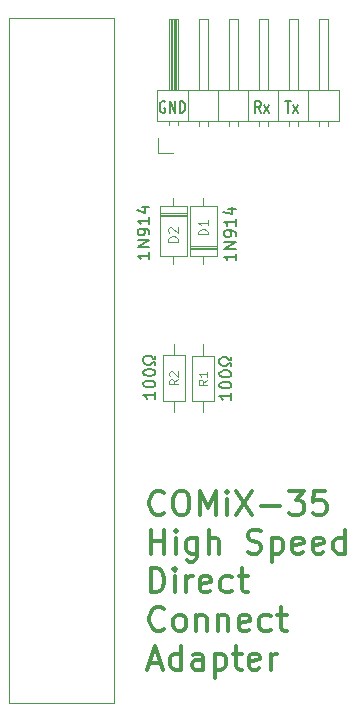
<source format=gto>
G04 #@! TF.GenerationSoftware,KiCad,Pcbnew,7.0.8*
G04 #@! TF.CreationDate,2023-12-01T23:48:08-08:00*
G04 #@! TF.ProjectId,COMiX-Edge-Adapter-Slim,434f4d69-582d-4456-9467-652d41646170,rev?*
G04 #@! TF.SameCoordinates,Original*
G04 #@! TF.FileFunction,Legend,Top*
G04 #@! TF.FilePolarity,Positive*
%FSLAX46Y46*%
G04 Gerber Fmt 4.6, Leading zero omitted, Abs format (unit mm)*
G04 Created by KiCad (PCBNEW 7.0.8) date 2023-12-01 23:48:08*
%MOMM*%
%LPD*%
G01*
G04 APERTURE LIST*
%ADD10C,0.150000*%
%ADD11C,0.304800*%
%ADD12C,0.108000*%
%ADD13C,0.120000*%
%ADD14C,0.100000*%
%ADD15C,1.400000*%
%ADD16O,1.400000X1.400000*%
%ADD17R,1.600000X1.600000*%
%ADD18O,1.600000X1.600000*%
%ADD19R,1.700000X1.700000*%
%ADD20O,1.700000X1.700000*%
%ADD21R,8.890000X1.397000*%
G04 APERTURE END LIST*
D10*
X223719664Y-96869819D02*
X223448731Y-96393628D01*
X223255207Y-96869819D02*
X223255207Y-95869819D01*
X223255207Y-95869819D02*
X223564845Y-95869819D01*
X223564845Y-95869819D02*
X223642255Y-95917438D01*
X223642255Y-95917438D02*
X223680960Y-95965057D01*
X223680960Y-95965057D02*
X223719664Y-96060295D01*
X223719664Y-96060295D02*
X223719664Y-96203152D01*
X223719664Y-96203152D02*
X223680960Y-96298390D01*
X223680960Y-96298390D02*
X223642255Y-96346009D01*
X223642255Y-96346009D02*
X223564845Y-96393628D01*
X223564845Y-96393628D02*
X223255207Y-96393628D01*
X223990598Y-96869819D02*
X224416350Y-96203152D01*
X223990598Y-96203152D02*
X224416350Y-96869819D01*
X215616460Y-95917438D02*
X215539050Y-95869819D01*
X215539050Y-95869819D02*
X215422936Y-95869819D01*
X215422936Y-95869819D02*
X215306822Y-95917438D01*
X215306822Y-95917438D02*
X215229412Y-96012676D01*
X215229412Y-96012676D02*
X215190707Y-96107914D01*
X215190707Y-96107914D02*
X215152003Y-96298390D01*
X215152003Y-96298390D02*
X215152003Y-96441247D01*
X215152003Y-96441247D02*
X215190707Y-96631723D01*
X215190707Y-96631723D02*
X215229412Y-96726961D01*
X215229412Y-96726961D02*
X215306822Y-96822200D01*
X215306822Y-96822200D02*
X215422936Y-96869819D01*
X215422936Y-96869819D02*
X215500345Y-96869819D01*
X215500345Y-96869819D02*
X215616460Y-96822200D01*
X215616460Y-96822200D02*
X215655164Y-96774580D01*
X215655164Y-96774580D02*
X215655164Y-96441247D01*
X215655164Y-96441247D02*
X215500345Y-96441247D01*
X216003507Y-96869819D02*
X216003507Y-95869819D01*
X216003507Y-95869819D02*
X216467964Y-96869819D01*
X216467964Y-96869819D02*
X216467964Y-95869819D01*
X216855012Y-96869819D02*
X216855012Y-95869819D01*
X216855012Y-95869819D02*
X217048536Y-95869819D01*
X217048536Y-95869819D02*
X217164650Y-95917438D01*
X217164650Y-95917438D02*
X217242060Y-96012676D01*
X217242060Y-96012676D02*
X217280765Y-96107914D01*
X217280765Y-96107914D02*
X217319469Y-96298390D01*
X217319469Y-96298390D02*
X217319469Y-96441247D01*
X217319469Y-96441247D02*
X217280765Y-96631723D01*
X217280765Y-96631723D02*
X217242060Y-96726961D01*
X217242060Y-96726961D02*
X217164650Y-96822200D01*
X217164650Y-96822200D02*
X217048536Y-96869819D01*
X217048536Y-96869819D02*
X216855012Y-96869819D01*
X225806093Y-95869819D02*
X226270550Y-95869819D01*
X226038322Y-96869819D02*
X226038322Y-95869819D01*
X226464074Y-96869819D02*
X226889826Y-96203152D01*
X226464074Y-96203152D02*
X226889826Y-96869819D01*
D11*
X215561078Y-130727868D02*
X215464316Y-130824630D01*
X215464316Y-130824630D02*
X215174030Y-130921391D01*
X215174030Y-130921391D02*
X214980506Y-130921391D01*
X214980506Y-130921391D02*
X214690221Y-130824630D01*
X214690221Y-130824630D02*
X214496697Y-130631106D01*
X214496697Y-130631106D02*
X214399935Y-130437582D01*
X214399935Y-130437582D02*
X214303173Y-130050534D01*
X214303173Y-130050534D02*
X214303173Y-129760249D01*
X214303173Y-129760249D02*
X214399935Y-129373201D01*
X214399935Y-129373201D02*
X214496697Y-129179677D01*
X214496697Y-129179677D02*
X214690221Y-128986153D01*
X214690221Y-128986153D02*
X214980506Y-128889391D01*
X214980506Y-128889391D02*
X215174030Y-128889391D01*
X215174030Y-128889391D02*
X215464316Y-128986153D01*
X215464316Y-128986153D02*
X215561078Y-129082915D01*
X216818983Y-128889391D02*
X217206030Y-128889391D01*
X217206030Y-128889391D02*
X217399554Y-128986153D01*
X217399554Y-128986153D02*
X217593078Y-129179677D01*
X217593078Y-129179677D02*
X217689840Y-129566725D01*
X217689840Y-129566725D02*
X217689840Y-130244058D01*
X217689840Y-130244058D02*
X217593078Y-130631106D01*
X217593078Y-130631106D02*
X217399554Y-130824630D01*
X217399554Y-130824630D02*
X217206030Y-130921391D01*
X217206030Y-130921391D02*
X216818983Y-130921391D01*
X216818983Y-130921391D02*
X216625459Y-130824630D01*
X216625459Y-130824630D02*
X216431935Y-130631106D01*
X216431935Y-130631106D02*
X216335173Y-130244058D01*
X216335173Y-130244058D02*
X216335173Y-129566725D01*
X216335173Y-129566725D02*
X216431935Y-129179677D01*
X216431935Y-129179677D02*
X216625459Y-128986153D01*
X216625459Y-128986153D02*
X216818983Y-128889391D01*
X218560697Y-130921391D02*
X218560697Y-128889391D01*
X218560697Y-128889391D02*
X219238030Y-130340820D01*
X219238030Y-130340820D02*
X219915364Y-128889391D01*
X219915364Y-128889391D02*
X219915364Y-130921391D01*
X220882983Y-130921391D02*
X220882983Y-129566725D01*
X220882983Y-128889391D02*
X220786221Y-128986153D01*
X220786221Y-128986153D02*
X220882983Y-129082915D01*
X220882983Y-129082915D02*
X220979745Y-128986153D01*
X220979745Y-128986153D02*
X220882983Y-128889391D01*
X220882983Y-128889391D02*
X220882983Y-129082915D01*
X221657078Y-128889391D02*
X223011745Y-130921391D01*
X223011745Y-128889391D02*
X221657078Y-130921391D01*
X223785840Y-130147296D02*
X225334031Y-130147296D01*
X226108126Y-128889391D02*
X227366031Y-128889391D01*
X227366031Y-128889391D02*
X226688698Y-129663487D01*
X226688698Y-129663487D02*
X226978983Y-129663487D01*
X226978983Y-129663487D02*
X227172507Y-129760249D01*
X227172507Y-129760249D02*
X227269269Y-129857010D01*
X227269269Y-129857010D02*
X227366031Y-130050534D01*
X227366031Y-130050534D02*
X227366031Y-130534344D01*
X227366031Y-130534344D02*
X227269269Y-130727868D01*
X227269269Y-130727868D02*
X227172507Y-130824630D01*
X227172507Y-130824630D02*
X226978983Y-130921391D01*
X226978983Y-130921391D02*
X226398412Y-130921391D01*
X226398412Y-130921391D02*
X226204888Y-130824630D01*
X226204888Y-130824630D02*
X226108126Y-130727868D01*
X229204507Y-128889391D02*
X228236888Y-128889391D01*
X228236888Y-128889391D02*
X228140126Y-129857010D01*
X228140126Y-129857010D02*
X228236888Y-129760249D01*
X228236888Y-129760249D02*
X228430412Y-129663487D01*
X228430412Y-129663487D02*
X228914221Y-129663487D01*
X228914221Y-129663487D02*
X229107745Y-129760249D01*
X229107745Y-129760249D02*
X229204507Y-129857010D01*
X229204507Y-129857010D02*
X229301269Y-130050534D01*
X229301269Y-130050534D02*
X229301269Y-130534344D01*
X229301269Y-130534344D02*
X229204507Y-130727868D01*
X229204507Y-130727868D02*
X229107745Y-130824630D01*
X229107745Y-130824630D02*
X228914221Y-130921391D01*
X228914221Y-130921391D02*
X228430412Y-130921391D01*
X228430412Y-130921391D02*
X228236888Y-130824630D01*
X228236888Y-130824630D02*
X228140126Y-130727868D01*
X214399935Y-134192911D02*
X214399935Y-132160911D01*
X214399935Y-133128530D02*
X215561078Y-133128530D01*
X215561078Y-134192911D02*
X215561078Y-132160911D01*
X216528697Y-134192911D02*
X216528697Y-132838245D01*
X216528697Y-132160911D02*
X216431935Y-132257673D01*
X216431935Y-132257673D02*
X216528697Y-132354435D01*
X216528697Y-132354435D02*
X216625459Y-132257673D01*
X216625459Y-132257673D02*
X216528697Y-132160911D01*
X216528697Y-132160911D02*
X216528697Y-132354435D01*
X218367173Y-132838245D02*
X218367173Y-134483197D01*
X218367173Y-134483197D02*
X218270411Y-134676721D01*
X218270411Y-134676721D02*
X218173649Y-134773483D01*
X218173649Y-134773483D02*
X217980126Y-134870245D01*
X217980126Y-134870245D02*
X217689840Y-134870245D01*
X217689840Y-134870245D02*
X217496316Y-134773483D01*
X218367173Y-134096150D02*
X218173649Y-134192911D01*
X218173649Y-134192911D02*
X217786602Y-134192911D01*
X217786602Y-134192911D02*
X217593078Y-134096150D01*
X217593078Y-134096150D02*
X217496316Y-133999388D01*
X217496316Y-133999388D02*
X217399554Y-133805864D01*
X217399554Y-133805864D02*
X217399554Y-133225292D01*
X217399554Y-133225292D02*
X217496316Y-133031769D01*
X217496316Y-133031769D02*
X217593078Y-132935007D01*
X217593078Y-132935007D02*
X217786602Y-132838245D01*
X217786602Y-132838245D02*
X218173649Y-132838245D01*
X218173649Y-132838245D02*
X218367173Y-132935007D01*
X219334792Y-134192911D02*
X219334792Y-132160911D01*
X220205649Y-134192911D02*
X220205649Y-133128530D01*
X220205649Y-133128530D02*
X220108887Y-132935007D01*
X220108887Y-132935007D02*
X219915363Y-132838245D01*
X219915363Y-132838245D02*
X219625078Y-132838245D01*
X219625078Y-132838245D02*
X219431554Y-132935007D01*
X219431554Y-132935007D02*
X219334792Y-133031769D01*
X222624696Y-134096150D02*
X222914982Y-134192911D01*
X222914982Y-134192911D02*
X223398791Y-134192911D01*
X223398791Y-134192911D02*
X223592315Y-134096150D01*
X223592315Y-134096150D02*
X223689077Y-133999388D01*
X223689077Y-133999388D02*
X223785839Y-133805864D01*
X223785839Y-133805864D02*
X223785839Y-133612340D01*
X223785839Y-133612340D02*
X223689077Y-133418816D01*
X223689077Y-133418816D02*
X223592315Y-133322054D01*
X223592315Y-133322054D02*
X223398791Y-133225292D01*
X223398791Y-133225292D02*
X223011744Y-133128530D01*
X223011744Y-133128530D02*
X222818220Y-133031769D01*
X222818220Y-133031769D02*
X222721458Y-132935007D01*
X222721458Y-132935007D02*
X222624696Y-132741483D01*
X222624696Y-132741483D02*
X222624696Y-132547959D01*
X222624696Y-132547959D02*
X222721458Y-132354435D01*
X222721458Y-132354435D02*
X222818220Y-132257673D01*
X222818220Y-132257673D02*
X223011744Y-132160911D01*
X223011744Y-132160911D02*
X223495553Y-132160911D01*
X223495553Y-132160911D02*
X223785839Y-132257673D01*
X224656696Y-132838245D02*
X224656696Y-134870245D01*
X224656696Y-132935007D02*
X224850220Y-132838245D01*
X224850220Y-132838245D02*
X225237267Y-132838245D01*
X225237267Y-132838245D02*
X225430791Y-132935007D01*
X225430791Y-132935007D02*
X225527553Y-133031769D01*
X225527553Y-133031769D02*
X225624315Y-133225292D01*
X225624315Y-133225292D02*
X225624315Y-133805864D01*
X225624315Y-133805864D02*
X225527553Y-133999388D01*
X225527553Y-133999388D02*
X225430791Y-134096150D01*
X225430791Y-134096150D02*
X225237267Y-134192911D01*
X225237267Y-134192911D02*
X224850220Y-134192911D01*
X224850220Y-134192911D02*
X224656696Y-134096150D01*
X227269267Y-134096150D02*
X227075743Y-134192911D01*
X227075743Y-134192911D02*
X226688696Y-134192911D01*
X226688696Y-134192911D02*
X226495172Y-134096150D01*
X226495172Y-134096150D02*
X226398410Y-133902626D01*
X226398410Y-133902626D02*
X226398410Y-133128530D01*
X226398410Y-133128530D02*
X226495172Y-132935007D01*
X226495172Y-132935007D02*
X226688696Y-132838245D01*
X226688696Y-132838245D02*
X227075743Y-132838245D01*
X227075743Y-132838245D02*
X227269267Y-132935007D01*
X227269267Y-132935007D02*
X227366029Y-133128530D01*
X227366029Y-133128530D02*
X227366029Y-133322054D01*
X227366029Y-133322054D02*
X226398410Y-133515578D01*
X229010981Y-134096150D02*
X228817457Y-134192911D01*
X228817457Y-134192911D02*
X228430410Y-134192911D01*
X228430410Y-134192911D02*
X228236886Y-134096150D01*
X228236886Y-134096150D02*
X228140124Y-133902626D01*
X228140124Y-133902626D02*
X228140124Y-133128530D01*
X228140124Y-133128530D02*
X228236886Y-132935007D01*
X228236886Y-132935007D02*
X228430410Y-132838245D01*
X228430410Y-132838245D02*
X228817457Y-132838245D01*
X228817457Y-132838245D02*
X229010981Y-132935007D01*
X229010981Y-132935007D02*
X229107743Y-133128530D01*
X229107743Y-133128530D02*
X229107743Y-133322054D01*
X229107743Y-133322054D02*
X228140124Y-133515578D01*
X230849457Y-134192911D02*
X230849457Y-132160911D01*
X230849457Y-134096150D02*
X230655933Y-134192911D01*
X230655933Y-134192911D02*
X230268886Y-134192911D01*
X230268886Y-134192911D02*
X230075362Y-134096150D01*
X230075362Y-134096150D02*
X229978600Y-133999388D01*
X229978600Y-133999388D02*
X229881838Y-133805864D01*
X229881838Y-133805864D02*
X229881838Y-133225292D01*
X229881838Y-133225292D02*
X229978600Y-133031769D01*
X229978600Y-133031769D02*
X230075362Y-132935007D01*
X230075362Y-132935007D02*
X230268886Y-132838245D01*
X230268886Y-132838245D02*
X230655933Y-132838245D01*
X230655933Y-132838245D02*
X230849457Y-132935007D01*
X214399935Y-137464431D02*
X214399935Y-135432431D01*
X214399935Y-135432431D02*
X214883745Y-135432431D01*
X214883745Y-135432431D02*
X215174030Y-135529193D01*
X215174030Y-135529193D02*
X215367554Y-135722717D01*
X215367554Y-135722717D02*
X215464316Y-135916241D01*
X215464316Y-135916241D02*
X215561078Y-136303289D01*
X215561078Y-136303289D02*
X215561078Y-136593574D01*
X215561078Y-136593574D02*
X215464316Y-136980622D01*
X215464316Y-136980622D02*
X215367554Y-137174146D01*
X215367554Y-137174146D02*
X215174030Y-137367670D01*
X215174030Y-137367670D02*
X214883745Y-137464431D01*
X214883745Y-137464431D02*
X214399935Y-137464431D01*
X216431935Y-137464431D02*
X216431935Y-136109765D01*
X216431935Y-135432431D02*
X216335173Y-135529193D01*
X216335173Y-135529193D02*
X216431935Y-135625955D01*
X216431935Y-135625955D02*
X216528697Y-135529193D01*
X216528697Y-135529193D02*
X216431935Y-135432431D01*
X216431935Y-135432431D02*
X216431935Y-135625955D01*
X217399554Y-137464431D02*
X217399554Y-136109765D01*
X217399554Y-136496812D02*
X217496316Y-136303289D01*
X217496316Y-136303289D02*
X217593078Y-136206527D01*
X217593078Y-136206527D02*
X217786602Y-136109765D01*
X217786602Y-136109765D02*
X217980125Y-136109765D01*
X219431554Y-137367670D02*
X219238030Y-137464431D01*
X219238030Y-137464431D02*
X218850983Y-137464431D01*
X218850983Y-137464431D02*
X218657459Y-137367670D01*
X218657459Y-137367670D02*
X218560697Y-137174146D01*
X218560697Y-137174146D02*
X218560697Y-136400050D01*
X218560697Y-136400050D02*
X218657459Y-136206527D01*
X218657459Y-136206527D02*
X218850983Y-136109765D01*
X218850983Y-136109765D02*
X219238030Y-136109765D01*
X219238030Y-136109765D02*
X219431554Y-136206527D01*
X219431554Y-136206527D02*
X219528316Y-136400050D01*
X219528316Y-136400050D02*
X219528316Y-136593574D01*
X219528316Y-136593574D02*
X218560697Y-136787098D01*
X221270030Y-137367670D02*
X221076506Y-137464431D01*
X221076506Y-137464431D02*
X220689459Y-137464431D01*
X220689459Y-137464431D02*
X220495935Y-137367670D01*
X220495935Y-137367670D02*
X220399173Y-137270908D01*
X220399173Y-137270908D02*
X220302411Y-137077384D01*
X220302411Y-137077384D02*
X220302411Y-136496812D01*
X220302411Y-136496812D02*
X220399173Y-136303289D01*
X220399173Y-136303289D02*
X220495935Y-136206527D01*
X220495935Y-136206527D02*
X220689459Y-136109765D01*
X220689459Y-136109765D02*
X221076506Y-136109765D01*
X221076506Y-136109765D02*
X221270030Y-136206527D01*
X221850601Y-136109765D02*
X222624697Y-136109765D01*
X222140887Y-135432431D02*
X222140887Y-137174146D01*
X222140887Y-137174146D02*
X222237649Y-137367670D01*
X222237649Y-137367670D02*
X222431173Y-137464431D01*
X222431173Y-137464431D02*
X222624697Y-137464431D01*
X215561078Y-140542428D02*
X215464316Y-140639190D01*
X215464316Y-140639190D02*
X215174030Y-140735951D01*
X215174030Y-140735951D02*
X214980506Y-140735951D01*
X214980506Y-140735951D02*
X214690221Y-140639190D01*
X214690221Y-140639190D02*
X214496697Y-140445666D01*
X214496697Y-140445666D02*
X214399935Y-140252142D01*
X214399935Y-140252142D02*
X214303173Y-139865094D01*
X214303173Y-139865094D02*
X214303173Y-139574809D01*
X214303173Y-139574809D02*
X214399935Y-139187761D01*
X214399935Y-139187761D02*
X214496697Y-138994237D01*
X214496697Y-138994237D02*
X214690221Y-138800713D01*
X214690221Y-138800713D02*
X214980506Y-138703951D01*
X214980506Y-138703951D02*
X215174030Y-138703951D01*
X215174030Y-138703951D02*
X215464316Y-138800713D01*
X215464316Y-138800713D02*
X215561078Y-138897475D01*
X216722221Y-140735951D02*
X216528697Y-140639190D01*
X216528697Y-140639190D02*
X216431935Y-140542428D01*
X216431935Y-140542428D02*
X216335173Y-140348904D01*
X216335173Y-140348904D02*
X216335173Y-139768332D01*
X216335173Y-139768332D02*
X216431935Y-139574809D01*
X216431935Y-139574809D02*
X216528697Y-139478047D01*
X216528697Y-139478047D02*
X216722221Y-139381285D01*
X216722221Y-139381285D02*
X217012506Y-139381285D01*
X217012506Y-139381285D02*
X217206030Y-139478047D01*
X217206030Y-139478047D02*
X217302792Y-139574809D01*
X217302792Y-139574809D02*
X217399554Y-139768332D01*
X217399554Y-139768332D02*
X217399554Y-140348904D01*
X217399554Y-140348904D02*
X217302792Y-140542428D01*
X217302792Y-140542428D02*
X217206030Y-140639190D01*
X217206030Y-140639190D02*
X217012506Y-140735951D01*
X217012506Y-140735951D02*
X216722221Y-140735951D01*
X218270411Y-139381285D02*
X218270411Y-140735951D01*
X218270411Y-139574809D02*
X218367173Y-139478047D01*
X218367173Y-139478047D02*
X218560697Y-139381285D01*
X218560697Y-139381285D02*
X218850982Y-139381285D01*
X218850982Y-139381285D02*
X219044506Y-139478047D01*
X219044506Y-139478047D02*
X219141268Y-139671570D01*
X219141268Y-139671570D02*
X219141268Y-140735951D01*
X220108887Y-139381285D02*
X220108887Y-140735951D01*
X220108887Y-139574809D02*
X220205649Y-139478047D01*
X220205649Y-139478047D02*
X220399173Y-139381285D01*
X220399173Y-139381285D02*
X220689458Y-139381285D01*
X220689458Y-139381285D02*
X220882982Y-139478047D01*
X220882982Y-139478047D02*
X220979744Y-139671570D01*
X220979744Y-139671570D02*
X220979744Y-140735951D01*
X222721458Y-140639190D02*
X222527934Y-140735951D01*
X222527934Y-140735951D02*
X222140887Y-140735951D01*
X222140887Y-140735951D02*
X221947363Y-140639190D01*
X221947363Y-140639190D02*
X221850601Y-140445666D01*
X221850601Y-140445666D02*
X221850601Y-139671570D01*
X221850601Y-139671570D02*
X221947363Y-139478047D01*
X221947363Y-139478047D02*
X222140887Y-139381285D01*
X222140887Y-139381285D02*
X222527934Y-139381285D01*
X222527934Y-139381285D02*
X222721458Y-139478047D01*
X222721458Y-139478047D02*
X222818220Y-139671570D01*
X222818220Y-139671570D02*
X222818220Y-139865094D01*
X222818220Y-139865094D02*
X221850601Y-140058618D01*
X224559934Y-140639190D02*
X224366410Y-140735951D01*
X224366410Y-140735951D02*
X223979363Y-140735951D01*
X223979363Y-140735951D02*
X223785839Y-140639190D01*
X223785839Y-140639190D02*
X223689077Y-140542428D01*
X223689077Y-140542428D02*
X223592315Y-140348904D01*
X223592315Y-140348904D02*
X223592315Y-139768332D01*
X223592315Y-139768332D02*
X223689077Y-139574809D01*
X223689077Y-139574809D02*
X223785839Y-139478047D01*
X223785839Y-139478047D02*
X223979363Y-139381285D01*
X223979363Y-139381285D02*
X224366410Y-139381285D01*
X224366410Y-139381285D02*
X224559934Y-139478047D01*
X225140505Y-139381285D02*
X225914601Y-139381285D01*
X225430791Y-138703951D02*
X225430791Y-140445666D01*
X225430791Y-140445666D02*
X225527553Y-140639190D01*
X225527553Y-140639190D02*
X225721077Y-140735951D01*
X225721077Y-140735951D02*
X225914601Y-140735951D01*
X214303173Y-143426900D02*
X215270792Y-143426900D01*
X214109649Y-144007471D02*
X214786983Y-141975471D01*
X214786983Y-141975471D02*
X215464316Y-144007471D01*
X217012506Y-144007471D02*
X217012506Y-141975471D01*
X217012506Y-143910710D02*
X216818982Y-144007471D01*
X216818982Y-144007471D02*
X216431935Y-144007471D01*
X216431935Y-144007471D02*
X216238411Y-143910710D01*
X216238411Y-143910710D02*
X216141649Y-143813948D01*
X216141649Y-143813948D02*
X216044887Y-143620424D01*
X216044887Y-143620424D02*
X216044887Y-143039852D01*
X216044887Y-143039852D02*
X216141649Y-142846329D01*
X216141649Y-142846329D02*
X216238411Y-142749567D01*
X216238411Y-142749567D02*
X216431935Y-142652805D01*
X216431935Y-142652805D02*
X216818982Y-142652805D01*
X216818982Y-142652805D02*
X217012506Y-142749567D01*
X218850982Y-144007471D02*
X218850982Y-142943090D01*
X218850982Y-142943090D02*
X218754220Y-142749567D01*
X218754220Y-142749567D02*
X218560696Y-142652805D01*
X218560696Y-142652805D02*
X218173649Y-142652805D01*
X218173649Y-142652805D02*
X217980125Y-142749567D01*
X218850982Y-143910710D02*
X218657458Y-144007471D01*
X218657458Y-144007471D02*
X218173649Y-144007471D01*
X218173649Y-144007471D02*
X217980125Y-143910710D01*
X217980125Y-143910710D02*
X217883363Y-143717186D01*
X217883363Y-143717186D02*
X217883363Y-143523662D01*
X217883363Y-143523662D02*
X217980125Y-143330138D01*
X217980125Y-143330138D02*
X218173649Y-143233376D01*
X218173649Y-143233376D02*
X218657458Y-143233376D01*
X218657458Y-143233376D02*
X218850982Y-143136614D01*
X219818601Y-142652805D02*
X219818601Y-144684805D01*
X219818601Y-142749567D02*
X220012125Y-142652805D01*
X220012125Y-142652805D02*
X220399172Y-142652805D01*
X220399172Y-142652805D02*
X220592696Y-142749567D01*
X220592696Y-142749567D02*
X220689458Y-142846329D01*
X220689458Y-142846329D02*
X220786220Y-143039852D01*
X220786220Y-143039852D02*
X220786220Y-143620424D01*
X220786220Y-143620424D02*
X220689458Y-143813948D01*
X220689458Y-143813948D02*
X220592696Y-143910710D01*
X220592696Y-143910710D02*
X220399172Y-144007471D01*
X220399172Y-144007471D02*
X220012125Y-144007471D01*
X220012125Y-144007471D02*
X219818601Y-143910710D01*
X221366791Y-142652805D02*
X222140887Y-142652805D01*
X221657077Y-141975471D02*
X221657077Y-143717186D01*
X221657077Y-143717186D02*
X221753839Y-143910710D01*
X221753839Y-143910710D02*
X221947363Y-144007471D01*
X221947363Y-144007471D02*
X222140887Y-144007471D01*
X223592315Y-143910710D02*
X223398791Y-144007471D01*
X223398791Y-144007471D02*
X223011744Y-144007471D01*
X223011744Y-144007471D02*
X222818220Y-143910710D01*
X222818220Y-143910710D02*
X222721458Y-143717186D01*
X222721458Y-143717186D02*
X222721458Y-142943090D01*
X222721458Y-142943090D02*
X222818220Y-142749567D01*
X222818220Y-142749567D02*
X223011744Y-142652805D01*
X223011744Y-142652805D02*
X223398791Y-142652805D01*
X223398791Y-142652805D02*
X223592315Y-142749567D01*
X223592315Y-142749567D02*
X223689077Y-142943090D01*
X223689077Y-142943090D02*
X223689077Y-143136614D01*
X223689077Y-143136614D02*
X222721458Y-143330138D01*
X224559934Y-144007471D02*
X224559934Y-142652805D01*
X224559934Y-143039852D02*
X224656696Y-142846329D01*
X224656696Y-142846329D02*
X224753458Y-142749567D01*
X224753458Y-142749567D02*
X224946982Y-142652805D01*
X224946982Y-142652805D02*
X225140505Y-142652805D01*
D10*
X214780019Y-120491095D02*
X214780019Y-121062523D01*
X214780019Y-120776809D02*
X213780019Y-120776809D01*
X213780019Y-120776809D02*
X213922876Y-120872047D01*
X213922876Y-120872047D02*
X214018114Y-120967285D01*
X214018114Y-120967285D02*
X214065733Y-121062523D01*
X213780019Y-119872047D02*
X213780019Y-119776809D01*
X213780019Y-119776809D02*
X213827638Y-119681571D01*
X213827638Y-119681571D02*
X213875257Y-119633952D01*
X213875257Y-119633952D02*
X213970495Y-119586333D01*
X213970495Y-119586333D02*
X214160971Y-119538714D01*
X214160971Y-119538714D02*
X214399066Y-119538714D01*
X214399066Y-119538714D02*
X214589542Y-119586333D01*
X214589542Y-119586333D02*
X214684780Y-119633952D01*
X214684780Y-119633952D02*
X214732400Y-119681571D01*
X214732400Y-119681571D02*
X214780019Y-119776809D01*
X214780019Y-119776809D02*
X214780019Y-119872047D01*
X214780019Y-119872047D02*
X214732400Y-119967285D01*
X214732400Y-119967285D02*
X214684780Y-120014904D01*
X214684780Y-120014904D02*
X214589542Y-120062523D01*
X214589542Y-120062523D02*
X214399066Y-120110142D01*
X214399066Y-120110142D02*
X214160971Y-120110142D01*
X214160971Y-120110142D02*
X213970495Y-120062523D01*
X213970495Y-120062523D02*
X213875257Y-120014904D01*
X213875257Y-120014904D02*
X213827638Y-119967285D01*
X213827638Y-119967285D02*
X213780019Y-119872047D01*
X213780019Y-118919666D02*
X213780019Y-118824428D01*
X213780019Y-118824428D02*
X213827638Y-118729190D01*
X213827638Y-118729190D02*
X213875257Y-118681571D01*
X213875257Y-118681571D02*
X213970495Y-118633952D01*
X213970495Y-118633952D02*
X214160971Y-118586333D01*
X214160971Y-118586333D02*
X214399066Y-118586333D01*
X214399066Y-118586333D02*
X214589542Y-118633952D01*
X214589542Y-118633952D02*
X214684780Y-118681571D01*
X214684780Y-118681571D02*
X214732400Y-118729190D01*
X214732400Y-118729190D02*
X214780019Y-118824428D01*
X214780019Y-118824428D02*
X214780019Y-118919666D01*
X214780019Y-118919666D02*
X214732400Y-119014904D01*
X214732400Y-119014904D02*
X214684780Y-119062523D01*
X214684780Y-119062523D02*
X214589542Y-119110142D01*
X214589542Y-119110142D02*
X214399066Y-119157761D01*
X214399066Y-119157761D02*
X214160971Y-119157761D01*
X214160971Y-119157761D02*
X213970495Y-119110142D01*
X213970495Y-119110142D02*
X213875257Y-119062523D01*
X213875257Y-119062523D02*
X213827638Y-119014904D01*
X213827638Y-119014904D02*
X213780019Y-118919666D01*
X214780019Y-118205380D02*
X214780019Y-117967285D01*
X214780019Y-117967285D02*
X214589542Y-117967285D01*
X214589542Y-117967285D02*
X214541923Y-118062523D01*
X214541923Y-118062523D02*
X214446685Y-118157761D01*
X214446685Y-118157761D02*
X214303828Y-118205380D01*
X214303828Y-118205380D02*
X214065733Y-118205380D01*
X214065733Y-118205380D02*
X213922876Y-118157761D01*
X213922876Y-118157761D02*
X213827638Y-118062523D01*
X213827638Y-118062523D02*
X213780019Y-117919666D01*
X213780019Y-117919666D02*
X213780019Y-117729190D01*
X213780019Y-117729190D02*
X213827638Y-117586333D01*
X213827638Y-117586333D02*
X213922876Y-117491095D01*
X213922876Y-117491095D02*
X214065733Y-117443476D01*
X214065733Y-117443476D02*
X214303828Y-117443476D01*
X214303828Y-117443476D02*
X214446685Y-117491095D01*
X214446685Y-117491095D02*
X214541923Y-117586333D01*
X214541923Y-117586333D02*
X214589542Y-117681571D01*
X214589542Y-117681571D02*
X214780019Y-117681571D01*
X214780019Y-117681571D02*
X214780019Y-117443476D01*
D12*
X216684669Y-119449199D02*
X216341812Y-119689199D01*
X216684669Y-119860628D02*
X215964669Y-119860628D01*
X215964669Y-119860628D02*
X215964669Y-119586342D01*
X215964669Y-119586342D02*
X215998955Y-119517771D01*
X215998955Y-119517771D02*
X216033241Y-119483485D01*
X216033241Y-119483485D02*
X216101812Y-119449199D01*
X216101812Y-119449199D02*
X216204669Y-119449199D01*
X216204669Y-119449199D02*
X216273241Y-119483485D01*
X216273241Y-119483485D02*
X216307526Y-119517771D01*
X216307526Y-119517771D02*
X216341812Y-119586342D01*
X216341812Y-119586342D02*
X216341812Y-119860628D01*
X216033241Y-119174914D02*
X215998955Y-119140628D01*
X215998955Y-119140628D02*
X215964669Y-119072057D01*
X215964669Y-119072057D02*
X215964669Y-118900628D01*
X215964669Y-118900628D02*
X215998955Y-118832057D01*
X215998955Y-118832057D02*
X216033241Y-118797771D01*
X216033241Y-118797771D02*
X216101812Y-118763485D01*
X216101812Y-118763485D02*
X216170384Y-118763485D01*
X216170384Y-118763485D02*
X216273241Y-118797771D01*
X216273241Y-118797771D02*
X216684669Y-119209199D01*
X216684669Y-119209199D02*
X216684669Y-118763485D01*
D10*
X221221219Y-120592695D02*
X221221219Y-121164123D01*
X221221219Y-120878409D02*
X220221219Y-120878409D01*
X220221219Y-120878409D02*
X220364076Y-120973647D01*
X220364076Y-120973647D02*
X220459314Y-121068885D01*
X220459314Y-121068885D02*
X220506933Y-121164123D01*
X220221219Y-119973647D02*
X220221219Y-119878409D01*
X220221219Y-119878409D02*
X220268838Y-119783171D01*
X220268838Y-119783171D02*
X220316457Y-119735552D01*
X220316457Y-119735552D02*
X220411695Y-119687933D01*
X220411695Y-119687933D02*
X220602171Y-119640314D01*
X220602171Y-119640314D02*
X220840266Y-119640314D01*
X220840266Y-119640314D02*
X221030742Y-119687933D01*
X221030742Y-119687933D02*
X221125980Y-119735552D01*
X221125980Y-119735552D02*
X221173600Y-119783171D01*
X221173600Y-119783171D02*
X221221219Y-119878409D01*
X221221219Y-119878409D02*
X221221219Y-119973647D01*
X221221219Y-119973647D02*
X221173600Y-120068885D01*
X221173600Y-120068885D02*
X221125980Y-120116504D01*
X221125980Y-120116504D02*
X221030742Y-120164123D01*
X221030742Y-120164123D02*
X220840266Y-120211742D01*
X220840266Y-120211742D02*
X220602171Y-120211742D01*
X220602171Y-120211742D02*
X220411695Y-120164123D01*
X220411695Y-120164123D02*
X220316457Y-120116504D01*
X220316457Y-120116504D02*
X220268838Y-120068885D01*
X220268838Y-120068885D02*
X220221219Y-119973647D01*
X220221219Y-119021266D02*
X220221219Y-118926028D01*
X220221219Y-118926028D02*
X220268838Y-118830790D01*
X220268838Y-118830790D02*
X220316457Y-118783171D01*
X220316457Y-118783171D02*
X220411695Y-118735552D01*
X220411695Y-118735552D02*
X220602171Y-118687933D01*
X220602171Y-118687933D02*
X220840266Y-118687933D01*
X220840266Y-118687933D02*
X221030742Y-118735552D01*
X221030742Y-118735552D02*
X221125980Y-118783171D01*
X221125980Y-118783171D02*
X221173600Y-118830790D01*
X221173600Y-118830790D02*
X221221219Y-118926028D01*
X221221219Y-118926028D02*
X221221219Y-119021266D01*
X221221219Y-119021266D02*
X221173600Y-119116504D01*
X221173600Y-119116504D02*
X221125980Y-119164123D01*
X221125980Y-119164123D02*
X221030742Y-119211742D01*
X221030742Y-119211742D02*
X220840266Y-119259361D01*
X220840266Y-119259361D02*
X220602171Y-119259361D01*
X220602171Y-119259361D02*
X220411695Y-119211742D01*
X220411695Y-119211742D02*
X220316457Y-119164123D01*
X220316457Y-119164123D02*
X220268838Y-119116504D01*
X220268838Y-119116504D02*
X220221219Y-119021266D01*
X221221219Y-118306980D02*
X221221219Y-118068885D01*
X221221219Y-118068885D02*
X221030742Y-118068885D01*
X221030742Y-118068885D02*
X220983123Y-118164123D01*
X220983123Y-118164123D02*
X220887885Y-118259361D01*
X220887885Y-118259361D02*
X220745028Y-118306980D01*
X220745028Y-118306980D02*
X220506933Y-118306980D01*
X220506933Y-118306980D02*
X220364076Y-118259361D01*
X220364076Y-118259361D02*
X220268838Y-118164123D01*
X220268838Y-118164123D02*
X220221219Y-118021266D01*
X220221219Y-118021266D02*
X220221219Y-117830790D01*
X220221219Y-117830790D02*
X220268838Y-117687933D01*
X220268838Y-117687933D02*
X220364076Y-117592695D01*
X220364076Y-117592695D02*
X220506933Y-117545076D01*
X220506933Y-117545076D02*
X220745028Y-117545076D01*
X220745028Y-117545076D02*
X220887885Y-117592695D01*
X220887885Y-117592695D02*
X220983123Y-117687933D01*
X220983123Y-117687933D02*
X221030742Y-117783171D01*
X221030742Y-117783171D02*
X221221219Y-117783171D01*
X221221219Y-117783171D02*
X221221219Y-117545076D01*
D12*
X219173869Y-119474599D02*
X218831012Y-119714599D01*
X219173869Y-119886028D02*
X218453869Y-119886028D01*
X218453869Y-119886028D02*
X218453869Y-119611742D01*
X218453869Y-119611742D02*
X218488155Y-119543171D01*
X218488155Y-119543171D02*
X218522441Y-119508885D01*
X218522441Y-119508885D02*
X218591012Y-119474599D01*
X218591012Y-119474599D02*
X218693869Y-119474599D01*
X218693869Y-119474599D02*
X218762441Y-119508885D01*
X218762441Y-119508885D02*
X218796726Y-119543171D01*
X218796726Y-119543171D02*
X218831012Y-119611742D01*
X218831012Y-119611742D02*
X218831012Y-119886028D01*
X219173869Y-118788885D02*
X219173869Y-119200314D01*
X219173869Y-118994599D02*
X218453869Y-118994599D01*
X218453869Y-118994599D02*
X218556726Y-119063171D01*
X218556726Y-119063171D02*
X218625298Y-119131742D01*
X218625298Y-119131742D02*
X218659584Y-119200314D01*
D10*
X221612619Y-108803866D02*
X221612619Y-109375294D01*
X221612619Y-109089580D02*
X220612619Y-109089580D01*
X220612619Y-109089580D02*
X220755476Y-109184818D01*
X220755476Y-109184818D02*
X220850714Y-109280056D01*
X220850714Y-109280056D02*
X220898333Y-109375294D01*
X221612619Y-108375294D02*
X220612619Y-108375294D01*
X220612619Y-108375294D02*
X221612619Y-107803866D01*
X221612619Y-107803866D02*
X220612619Y-107803866D01*
X221612619Y-107280056D02*
X221612619Y-107089580D01*
X221612619Y-107089580D02*
X221565000Y-106994342D01*
X221565000Y-106994342D02*
X221517380Y-106946723D01*
X221517380Y-106946723D02*
X221374523Y-106851485D01*
X221374523Y-106851485D02*
X221184047Y-106803866D01*
X221184047Y-106803866D02*
X220803095Y-106803866D01*
X220803095Y-106803866D02*
X220707857Y-106851485D01*
X220707857Y-106851485D02*
X220660238Y-106899104D01*
X220660238Y-106899104D02*
X220612619Y-106994342D01*
X220612619Y-106994342D02*
X220612619Y-107184818D01*
X220612619Y-107184818D02*
X220660238Y-107280056D01*
X220660238Y-107280056D02*
X220707857Y-107327675D01*
X220707857Y-107327675D02*
X220803095Y-107375294D01*
X220803095Y-107375294D02*
X221041190Y-107375294D01*
X221041190Y-107375294D02*
X221136428Y-107327675D01*
X221136428Y-107327675D02*
X221184047Y-107280056D01*
X221184047Y-107280056D02*
X221231666Y-107184818D01*
X221231666Y-107184818D02*
X221231666Y-106994342D01*
X221231666Y-106994342D02*
X221184047Y-106899104D01*
X221184047Y-106899104D02*
X221136428Y-106851485D01*
X221136428Y-106851485D02*
X221041190Y-106803866D01*
X221612619Y-105851485D02*
X221612619Y-106422913D01*
X221612619Y-106137199D02*
X220612619Y-106137199D01*
X220612619Y-106137199D02*
X220755476Y-106232437D01*
X220755476Y-106232437D02*
X220850714Y-106327675D01*
X220850714Y-106327675D02*
X220898333Y-106422913D01*
X220945952Y-104994342D02*
X221612619Y-104994342D01*
X220565000Y-105232437D02*
X221279285Y-105470532D01*
X221279285Y-105470532D02*
X221279285Y-104851485D01*
D13*
X219235655Y-107173675D02*
X218435655Y-107173675D01*
X218435655Y-107173675D02*
X218435655Y-106983199D01*
X218435655Y-106983199D02*
X218473750Y-106868913D01*
X218473750Y-106868913D02*
X218549940Y-106792723D01*
X218549940Y-106792723D02*
X218626131Y-106754628D01*
X218626131Y-106754628D02*
X218778512Y-106716532D01*
X218778512Y-106716532D02*
X218892798Y-106716532D01*
X218892798Y-106716532D02*
X219045179Y-106754628D01*
X219045179Y-106754628D02*
X219121369Y-106792723D01*
X219121369Y-106792723D02*
X219197560Y-106868913D01*
X219197560Y-106868913D02*
X219235655Y-106983199D01*
X219235655Y-106983199D02*
X219235655Y-107173675D01*
X219235655Y-105954628D02*
X219235655Y-106411771D01*
X219235655Y-106183199D02*
X218435655Y-106183199D01*
X218435655Y-106183199D02*
X218549940Y-106259390D01*
X218549940Y-106259390D02*
X218626131Y-106335580D01*
X218626131Y-106335580D02*
X218664226Y-106411771D01*
D10*
X214297419Y-108676866D02*
X214297419Y-109248294D01*
X214297419Y-108962580D02*
X213297419Y-108962580D01*
X213297419Y-108962580D02*
X213440276Y-109057818D01*
X213440276Y-109057818D02*
X213535514Y-109153056D01*
X213535514Y-109153056D02*
X213583133Y-109248294D01*
X214297419Y-108248294D02*
X213297419Y-108248294D01*
X213297419Y-108248294D02*
X214297419Y-107676866D01*
X214297419Y-107676866D02*
X213297419Y-107676866D01*
X214297419Y-107153056D02*
X214297419Y-106962580D01*
X214297419Y-106962580D02*
X214249800Y-106867342D01*
X214249800Y-106867342D02*
X214202180Y-106819723D01*
X214202180Y-106819723D02*
X214059323Y-106724485D01*
X214059323Y-106724485D02*
X213868847Y-106676866D01*
X213868847Y-106676866D02*
X213487895Y-106676866D01*
X213487895Y-106676866D02*
X213392657Y-106724485D01*
X213392657Y-106724485D02*
X213345038Y-106772104D01*
X213345038Y-106772104D02*
X213297419Y-106867342D01*
X213297419Y-106867342D02*
X213297419Y-107057818D01*
X213297419Y-107057818D02*
X213345038Y-107153056D01*
X213345038Y-107153056D02*
X213392657Y-107200675D01*
X213392657Y-107200675D02*
X213487895Y-107248294D01*
X213487895Y-107248294D02*
X213725990Y-107248294D01*
X213725990Y-107248294D02*
X213821228Y-107200675D01*
X213821228Y-107200675D02*
X213868847Y-107153056D01*
X213868847Y-107153056D02*
X213916466Y-107057818D01*
X213916466Y-107057818D02*
X213916466Y-106867342D01*
X213916466Y-106867342D02*
X213868847Y-106772104D01*
X213868847Y-106772104D02*
X213821228Y-106724485D01*
X213821228Y-106724485D02*
X213725990Y-106676866D01*
X214297419Y-105724485D02*
X214297419Y-106295913D01*
X214297419Y-106010199D02*
X213297419Y-106010199D01*
X213297419Y-106010199D02*
X213440276Y-106105437D01*
X213440276Y-106105437D02*
X213535514Y-106200675D01*
X213535514Y-106200675D02*
X213583133Y-106295913D01*
X213630752Y-104867342D02*
X214297419Y-104867342D01*
X213249800Y-105105437D02*
X213964085Y-105343532D01*
X213964085Y-105343532D02*
X213964085Y-104724485D01*
D13*
X216695655Y-107773675D02*
X215895655Y-107773675D01*
X215895655Y-107773675D02*
X215895655Y-107583199D01*
X215895655Y-107583199D02*
X215933750Y-107468913D01*
X215933750Y-107468913D02*
X216009940Y-107392723D01*
X216009940Y-107392723D02*
X216086131Y-107354628D01*
X216086131Y-107354628D02*
X216238512Y-107316532D01*
X216238512Y-107316532D02*
X216352798Y-107316532D01*
X216352798Y-107316532D02*
X216505179Y-107354628D01*
X216505179Y-107354628D02*
X216581369Y-107392723D01*
X216581369Y-107392723D02*
X216657560Y-107468913D01*
X216657560Y-107468913D02*
X216695655Y-107583199D01*
X216695655Y-107583199D02*
X216695655Y-107773675D01*
X215971845Y-107011771D02*
X215933750Y-106973675D01*
X215933750Y-106973675D02*
X215895655Y-106897485D01*
X215895655Y-106897485D02*
X215895655Y-106707009D01*
X215895655Y-106707009D02*
X215933750Y-106630818D01*
X215933750Y-106630818D02*
X215971845Y-106592723D01*
X215971845Y-106592723D02*
X216048036Y-106554628D01*
X216048036Y-106554628D02*
X216124226Y-106554628D01*
X216124226Y-106554628D02*
X216238512Y-106592723D01*
X216238512Y-106592723D02*
X216695655Y-107049866D01*
X216695655Y-107049866D02*
X216695655Y-106554628D01*
X217277200Y-117409200D02*
X215437200Y-117409200D01*
X215437200Y-117409200D02*
X215437200Y-121249200D01*
X217277200Y-121249200D02*
X217277200Y-117409200D01*
X216357200Y-116459200D02*
X216357200Y-117409200D01*
X215437200Y-121249200D02*
X217277200Y-121249200D01*
X216357200Y-122199200D02*
X216357200Y-121249200D01*
X219766400Y-117434600D02*
X217926400Y-117434600D01*
X217926400Y-117434600D02*
X217926400Y-121274600D01*
X219766400Y-121274600D02*
X219766400Y-117434600D01*
X218846400Y-116484600D02*
X218846400Y-117434600D01*
X217926400Y-121274600D02*
X219766400Y-121274600D01*
X218846400Y-122224600D02*
X218846400Y-121274600D01*
X218871800Y-109653200D02*
X218871800Y-109003200D01*
X217751800Y-109003200D02*
X219991800Y-109003200D01*
X219991800Y-109003200D02*
X219991800Y-104763200D01*
X217751800Y-108403200D02*
X219991800Y-108403200D01*
X217751800Y-108283200D02*
X219991800Y-108283200D01*
X217751800Y-108163200D02*
X219991800Y-108163200D01*
X217751800Y-104763200D02*
X217751800Y-109003200D01*
X219991800Y-104763200D02*
X217751800Y-104763200D01*
X218871800Y-104113200D02*
X218871800Y-104763200D01*
X215030000Y-100270000D02*
X215030000Y-99000000D01*
X216300000Y-100270000D02*
X215030000Y-100270000D01*
X218460000Y-97957071D02*
X218460000Y-97560000D01*
X219220000Y-97957071D02*
X219220000Y-97560000D01*
X221000000Y-97957071D02*
X221000000Y-97560000D01*
X221760000Y-97957071D02*
X221760000Y-97560000D01*
X223540000Y-97957071D02*
X223540000Y-97560000D01*
X224300000Y-97957071D02*
X224300000Y-97560000D01*
X226080000Y-97957071D02*
X226080000Y-97560000D01*
X226840000Y-97957071D02*
X226840000Y-97560000D01*
X228620000Y-97957071D02*
X228620000Y-97560000D01*
X229380000Y-97957071D02*
X229380000Y-97560000D01*
X215920000Y-97890000D02*
X215920000Y-97560000D01*
X216680000Y-97890000D02*
X216680000Y-97560000D01*
X214970000Y-97560000D02*
X230330000Y-97560000D01*
X217570000Y-97560000D02*
X217570000Y-94900000D01*
X220110000Y-97560000D02*
X220110000Y-94900000D01*
X222650000Y-97560000D02*
X222650000Y-94900000D01*
X225190000Y-97560000D02*
X225190000Y-94900000D01*
X227730000Y-97560000D02*
X227730000Y-94900000D01*
X230330000Y-97560000D02*
X230330000Y-94900000D01*
X214970000Y-94900000D02*
X214970000Y-97560000D01*
X215920000Y-94900000D02*
X215920000Y-88900000D01*
X215980000Y-94900000D02*
X215980000Y-88900000D01*
X216100000Y-94900000D02*
X216100000Y-88900000D01*
X216220000Y-94900000D02*
X216220000Y-88900000D01*
X216340000Y-94900000D02*
X216340000Y-88900000D01*
X216460000Y-94900000D02*
X216460000Y-88900000D01*
X216580000Y-94900000D02*
X216580000Y-88900000D01*
X218460000Y-94900000D02*
X218460000Y-88900000D01*
X221000000Y-94900000D02*
X221000000Y-88900000D01*
X223540000Y-94900000D02*
X223540000Y-88900000D01*
X226080000Y-94900000D02*
X226080000Y-88900000D01*
X228620000Y-94900000D02*
X228620000Y-88900000D01*
X230330000Y-94900000D02*
X214970000Y-94900000D01*
X215920000Y-88900000D02*
X216680000Y-88900000D01*
X216680000Y-88900000D02*
X216680000Y-94900000D01*
X218460000Y-88900000D02*
X219220000Y-88900000D01*
X219220000Y-88900000D02*
X219220000Y-94900000D01*
X221000000Y-88900000D02*
X221760000Y-88900000D01*
X221760000Y-88900000D02*
X221760000Y-94900000D01*
X223540000Y-88900000D02*
X224300000Y-88900000D01*
X224300000Y-88900000D02*
X224300000Y-94900000D01*
X226080000Y-88900000D02*
X226840000Y-88900000D01*
X226840000Y-88900000D02*
X226840000Y-94900000D01*
X228620000Y-88900000D02*
X229380000Y-88900000D01*
X229380000Y-88900000D02*
X229380000Y-94900000D01*
X216331800Y-104113200D02*
X216331800Y-104763200D01*
X217451800Y-104763200D02*
X215211800Y-104763200D01*
X215211800Y-104763200D02*
X215211800Y-109003200D01*
X217451800Y-105363200D02*
X215211800Y-105363200D01*
X217451800Y-105483200D02*
X215211800Y-105483200D01*
X217451800Y-105603200D02*
X215211800Y-105603200D01*
X217451800Y-109003200D02*
X217451800Y-104763200D01*
X215211800Y-109003200D02*
X217451800Y-109003200D01*
X216331800Y-109653200D02*
X216331800Y-109003200D01*
D14*
X202412600Y-146862800D02*
X211302600Y-146862800D01*
X211302600Y-146862800D02*
X211302600Y-88849200D01*
X211302600Y-88849200D02*
X202412600Y-88849200D01*
X202412600Y-88849200D02*
X202412600Y-146862800D01*
%LPC*%
D15*
X216357200Y-123139200D03*
D16*
X216357200Y-115519200D03*
D15*
X218846400Y-123164600D03*
D16*
X218846400Y-115544600D03*
D17*
X218871800Y-110693200D03*
D18*
X218871800Y-103073200D03*
D19*
X216300000Y-99000000D03*
D20*
X218840000Y-99000000D03*
X221380000Y-99000000D03*
X223920000Y-99000000D03*
X226460000Y-99000000D03*
X229000000Y-99000000D03*
D17*
X216331800Y-103073200D03*
D18*
X216331800Y-110693200D03*
D21*
X206883000Y-91186000D03*
X206883000Y-93726000D03*
X206883000Y-96266000D03*
X206883000Y-98806000D03*
X206883000Y-101346000D03*
X206883000Y-103886000D03*
X206883000Y-106426000D03*
X206883000Y-108966000D03*
X206883000Y-111506000D03*
X206883000Y-114046000D03*
X206883000Y-116586000D03*
X206883000Y-119126000D03*
X206883000Y-121666000D03*
X206883000Y-124206000D03*
X206883000Y-126746000D03*
X206883000Y-129286000D03*
X206883000Y-131826000D03*
X206883000Y-134366000D03*
X206883000Y-136906000D03*
X206883000Y-139446000D03*
X206883000Y-141986000D03*
X206883000Y-144526000D03*
%LPD*%
M02*

</source>
